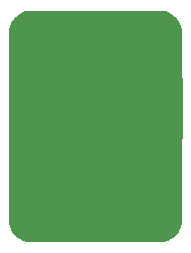
<source format=gbr>
%TF.GenerationSoftware,KiCad,Pcbnew,6.0.1-79c1e3a40b~116~ubuntu20.04.1*%
%TF.CreationDate,2022-01-27T21:51:34+01:00*%
%TF.ProjectId,sma-connector,736d612d-636f-46e6-9e65-63746f722e6b,1*%
%TF.SameCoordinates,Original*%
%TF.FileFunction,Copper,L2,Bot*%
%TF.FilePolarity,Positive*%
%FSLAX46Y46*%
G04 Gerber Fmt 4.6, Leading zero omitted, Abs format (unit mm)*
G04 Created by KiCad (PCBNEW 6.0.1-79c1e3a40b~116~ubuntu20.04.1) date 2022-01-27 21:51:34*
%MOMM*%
%LPD*%
G01*
G04 APERTURE LIST*
%TA.AperFunction,ComponentPad*%
%ADD10C,0.800000*%
%TD*%
%TA.AperFunction,SMDPad,CuDef*%
%ADD11R,3.000000X5.200000*%
%TD*%
%TA.AperFunction,ComponentPad*%
%ADD12C,3.400000*%
%TD*%
%TA.AperFunction,ViaPad*%
%ADD13C,0.800000*%
%TD*%
G04 APERTURE END LIST*
D10*
%TO.P,J2,2,Pin_2*%
%TO.N,GND*%
X139500000Y-65000000D03*
X140500000Y-65100000D03*
X141000000Y-62500000D03*
X139000000Y-62500000D03*
X141000000Y-64500000D03*
D11*
X140000000Y-61900000D03*
D10*
X139500000Y-62000000D03*
X140500000Y-62000000D03*
X140000000Y-62500000D03*
X139000000Y-64500000D03*
X140000000Y-64500000D03*
%TD*%
D12*
%TO.P,H3,1,1*%
%TO.N,GND*%
X129000000Y-56000000D03*
%TD*%
%TO.P,H4,1,1*%
%TO.N,GND*%
X139000000Y-71000000D03*
%TD*%
%TO.P,H2,1,1*%
%TO.N,GND*%
X139000000Y-56000000D03*
%TD*%
%TO.P,H1,1,1*%
%TO.N,GND*%
X129000000Y-71000000D03*
%TD*%
D13*
%TO.N,GND*%
X134500000Y-62000000D03*
X133000000Y-61500000D03*
X132000000Y-61500000D03*
X131000000Y-61500000D03*
X131000000Y-65500000D03*
X132000000Y-65500000D03*
X133000000Y-65500000D03*
X130500000Y-64000000D03*
X130500000Y-63000000D03*
X130000000Y-63500000D03*
X130000000Y-64500000D03*
X130000000Y-62500000D03*
X130500000Y-62000000D03*
X130500000Y-65000000D03*
X131500000Y-65000000D03*
X131500000Y-62000000D03*
X132500000Y-62000000D03*
X132500000Y-65000000D03*
X133500000Y-65000000D03*
X133500000Y-62000000D03*
X135500000Y-62000000D03*
X136500000Y-62000000D03*
X137500000Y-62000000D03*
X138500000Y-62000000D03*
X138500000Y-65000000D03*
X137500000Y-65000000D03*
X136500000Y-65000000D03*
X135500000Y-65000000D03*
X134500000Y-65000000D03*
X134000000Y-64500000D03*
X135000000Y-64500000D03*
X136000000Y-64500000D03*
X137000000Y-64500000D03*
X138000000Y-64500000D03*
X134000000Y-62500000D03*
X135000000Y-62500000D03*
X136000000Y-62500000D03*
X137000000Y-62500000D03*
X138000000Y-62500000D03*
%TD*%
%TA.AperFunction,Conductor*%
%TO.N,GND*%
G36*
X139488227Y-53702518D02*
G01*
X139499642Y-53705143D01*
X139510517Y-53702682D01*
X139521664Y-53702702D01*
X139521664Y-53702863D01*
X139531669Y-53702076D01*
X139603759Y-53706801D01*
X139728475Y-53714975D01*
X139741302Y-53716663D01*
X139959516Y-53760068D01*
X139972016Y-53763418D01*
X140182691Y-53834933D01*
X140194653Y-53839889D01*
X140276954Y-53880475D01*
X140394180Y-53938284D01*
X140405386Y-53944753D01*
X140590385Y-54068365D01*
X140600639Y-54076233D01*
X140767914Y-54222930D01*
X140777069Y-54232085D01*
X140923767Y-54399361D01*
X140931635Y-54409615D01*
X141055247Y-54594614D01*
X141061716Y-54605820D01*
X141160111Y-54805346D01*
X141165067Y-54817309D01*
X141236581Y-55027980D01*
X141239933Y-55040489D01*
X141283336Y-55258691D01*
X141285026Y-55271530D01*
X141297891Y-55467816D01*
X141297101Y-55477628D01*
X141297375Y-55477628D01*
X141297355Y-55488778D01*
X141294857Y-55499642D01*
X141297317Y-55510514D01*
X141297317Y-55510516D01*
X141297559Y-55511583D01*
X141300000Y-55533432D01*
X141300000Y-71466040D01*
X141297482Y-71488227D01*
X141294857Y-71499642D01*
X141297318Y-71510517D01*
X141297298Y-71521664D01*
X141297137Y-71521664D01*
X141297924Y-71531669D01*
X141285026Y-71728469D01*
X141283336Y-71741309D01*
X141239933Y-71959511D01*
X141236581Y-71972020D01*
X141165067Y-72182691D01*
X141160111Y-72194654D01*
X141061716Y-72394180D01*
X141055247Y-72405386D01*
X140931635Y-72590385D01*
X140923767Y-72600639D01*
X140791003Y-72752027D01*
X140777070Y-72767914D01*
X140767915Y-72777069D01*
X140600639Y-72923767D01*
X140590385Y-72931635D01*
X140405386Y-73055247D01*
X140394180Y-73061716D01*
X140215697Y-73149734D01*
X140194654Y-73160111D01*
X140182692Y-73165067D01*
X139972016Y-73236582D01*
X139959516Y-73239932D01*
X139741302Y-73283337D01*
X139728477Y-73285025D01*
X139532181Y-73297891D01*
X139522372Y-73297101D01*
X139522372Y-73297375D01*
X139511222Y-73297355D01*
X139500358Y-73294857D01*
X139489486Y-73297317D01*
X139489484Y-73297317D01*
X139488417Y-73297559D01*
X139466568Y-73300000D01*
X128533960Y-73300000D01*
X128511773Y-73297482D01*
X128500358Y-73294857D01*
X128489483Y-73297318D01*
X128478336Y-73297298D01*
X128478336Y-73297137D01*
X128468331Y-73297924D01*
X128396241Y-73293199D01*
X128271525Y-73285025D01*
X128258698Y-73283337D01*
X128040484Y-73239932D01*
X128027984Y-73236582D01*
X127817308Y-73165067D01*
X127805346Y-73160111D01*
X127784304Y-73149734D01*
X127605820Y-73061716D01*
X127594614Y-73055247D01*
X127409615Y-72931635D01*
X127399361Y-72923767D01*
X127232085Y-72777069D01*
X127222930Y-72767914D01*
X127208997Y-72752027D01*
X127076233Y-72600639D01*
X127068365Y-72590385D01*
X126944753Y-72405386D01*
X126938284Y-72394180D01*
X126839889Y-72194654D01*
X126834933Y-72182691D01*
X126763419Y-71972020D01*
X126760067Y-71959511D01*
X126716664Y-71741309D01*
X126714974Y-71728470D01*
X126702109Y-71532184D01*
X126702899Y-71522372D01*
X126702625Y-71522372D01*
X126702645Y-71511222D01*
X126705143Y-71500358D01*
X126702683Y-71489486D01*
X126702683Y-71489484D01*
X126702441Y-71488417D01*
X126700000Y-71466568D01*
X126700000Y-55533960D01*
X126702518Y-55511773D01*
X126702562Y-55511583D01*
X126705143Y-55500358D01*
X126702682Y-55489483D01*
X126702702Y-55478336D01*
X126702863Y-55478336D01*
X126702076Y-55468331D01*
X126714974Y-55271531D01*
X126716664Y-55258691D01*
X126760067Y-55040489D01*
X126763419Y-55027980D01*
X126834933Y-54817309D01*
X126839889Y-54805346D01*
X126938284Y-54605820D01*
X126944753Y-54594614D01*
X127068365Y-54409615D01*
X127076233Y-54399361D01*
X127222931Y-54232085D01*
X127232086Y-54222930D01*
X127399361Y-54076233D01*
X127409615Y-54068365D01*
X127594614Y-53944753D01*
X127605820Y-53938284D01*
X127723046Y-53880475D01*
X127805347Y-53839889D01*
X127817309Y-53834933D01*
X128027984Y-53763418D01*
X128040484Y-53760068D01*
X128258698Y-53716663D01*
X128271523Y-53714975D01*
X128467819Y-53702109D01*
X128477628Y-53702899D01*
X128477628Y-53702625D01*
X128488778Y-53702645D01*
X128499642Y-53705143D01*
X128510514Y-53702683D01*
X128510516Y-53702683D01*
X128511583Y-53702441D01*
X128533432Y-53700000D01*
X139466040Y-53700000D01*
X139488227Y-53702518D01*
G37*
%TD.AperFunction*%
%TD*%
M02*

</source>
